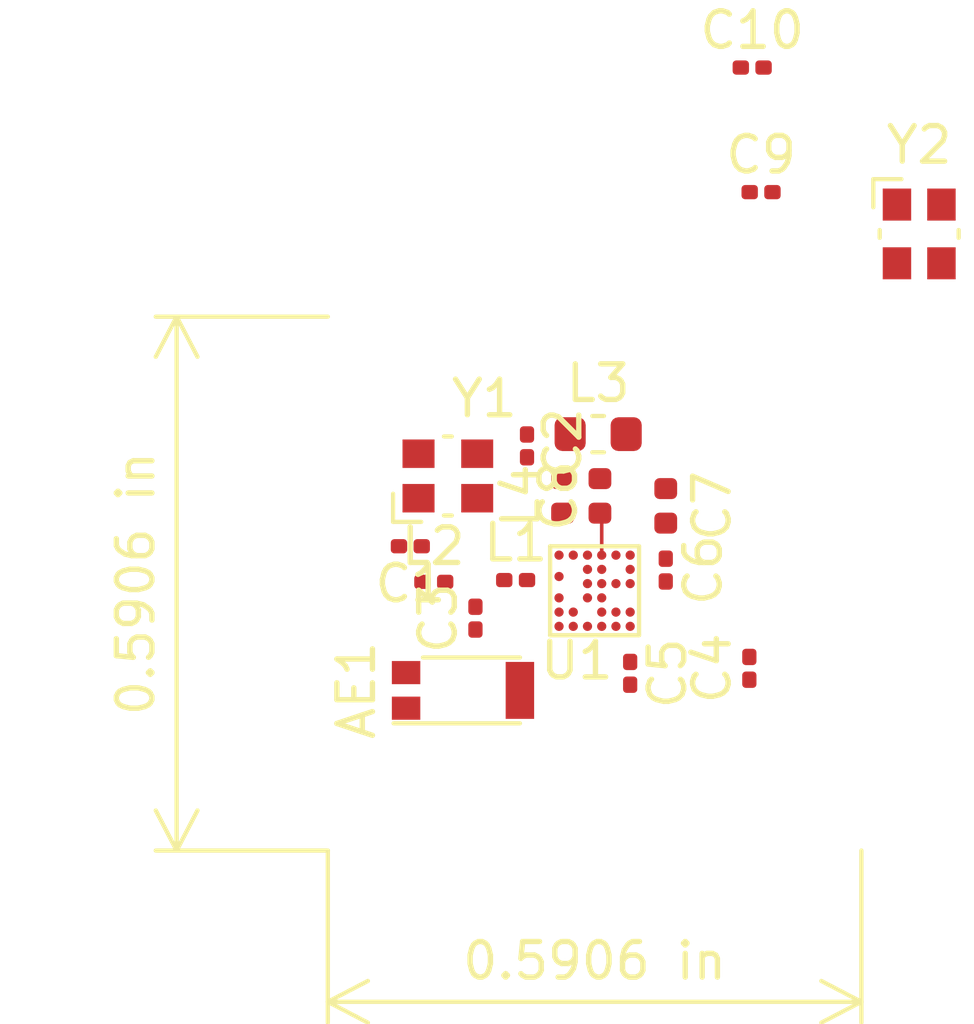
<source format=kicad_pcb>
(kicad_pcb (version 20171130) (host pcbnew "(5.1.5)-3")

  (general
    (thickness 1.6)
    (drawings 2)
    (tracks 1)
    (zones 0)
    (modules 18)
    (nets 26)
  )

  (page A4)
  (layers
    (0 F.Cu signal)
    (31 B.Cu signal)
    (32 B.Adhes user)
    (33 F.Adhes user)
    (34 B.Paste user)
    (35 F.Paste user)
    (36 B.SilkS user)
    (37 F.SilkS user)
    (38 B.Mask user)
    (39 F.Mask user)
    (40 Dwgs.User user)
    (41 Cmts.User user)
    (42 Eco1.User user)
    (43 Eco2.User user)
    (44 Edge.Cuts user)
    (45 Margin user)
    (46 B.CrtYd user)
    (47 F.CrtYd user)
    (48 B.Fab user)
    (49 F.Fab user hide)
  )

  (setup
    (last_trace_width 0.1)
    (user_trace_width 0.1)
    (user_trace_width 0.2)
    (trace_clearance 0.2)
    (zone_clearance 0.508)
    (zone_45_only no)
    (trace_min 0.09)
    (via_size 0.8)
    (via_drill 0.4)
    (via_min_size 0.4)
    (via_min_drill 0.3)
    (uvia_size 0.3)
    (uvia_drill 0.1)
    (uvias_allowed no)
    (uvia_min_size 0.2)
    (uvia_min_drill 0.1)
    (edge_width 0.05)
    (segment_width 0.2)
    (pcb_text_width 0.3)
    (pcb_text_size 1.5 1.5)
    (mod_edge_width 0.12)
    (mod_text_size 1 1)
    (mod_text_width 0.15)
    (pad_size 1.524 1.524)
    (pad_drill 0.762)
    (pad_to_mask_clearance 0.051)
    (solder_mask_min_width 0.25)
    (aux_axis_origin 0 0)
    (visible_elements 7FFFFFFF)
    (pcbplotparams
      (layerselection 0x010fc_ffffffff)
      (usegerberextensions false)
      (usegerberattributes false)
      (usegerberadvancedattributes false)
      (creategerberjobfile false)
      (excludeedgelayer true)
      (linewidth 0.100000)
      (plotframeref false)
      (viasonmask false)
      (mode 1)
      (useauxorigin false)
      (hpglpennumber 1)
      (hpglpenspeed 20)
      (hpglpendiameter 15.000000)
      (psnegative false)
      (psa4output false)
      (plotreference true)
      (plotvalue true)
      (plotinvisibletext false)
      (padsonsilk false)
      (subtractmaskfromsilk false)
      (outputformat 1)
      (mirror false)
      (drillshape 1)
      (scaleselection 1)
      (outputdirectory ""))
  )

  (net 0 "")
  (net 1 "Net-(AE1-Pad1)")
  (net 2 "Net-(AE1-Pad2)")
  (net 3 VSS_PA)
  (net 4 XC1)
  (net 5 XC2)
  (net 6 "Net-(C3-Pad1)")
  (net 7 DEC1)
  (net 8 "Net-(C5-Pad1)")
  (net 9 "Net-(C6-Pad2)")
  (net 10 VDD)
  (net 11 XL1)
  (net 12 XL2)
  (net 13 "Net-(L1-Pad1)")
  (net 14 "Net-(L3-Pad2)")
  (net 15 "Net-(L3-Pad1)")
  (net 16 "Net-(U1-PadF6)")
  (net 17 "Net-(U1-PadF5)")
  (net 18 "Net-(U1-PadF4)")
  (net 19 "Net-(U1-PadG5)")
  (net 20 "Net-(U1-PadG4)")
  (net 21 "Net-(U1-PadG3)")
  (net 22 "Net-(U1-PadG2)")
  (net 23 "Net-(U1-PadF2)")
  (net 24 SWDIO)
  (net 25 SWDCLK)

  (net_class Default "This is the default net class."
    (clearance 0.2)
    (trace_width 0.25)
    (via_dia 0.8)
    (via_drill 0.4)
    (uvia_dia 0.3)
    (uvia_drill 0.1)
    (add_net DEC1)
    (add_net "Net-(AE1-Pad1)")
    (add_net "Net-(AE1-Pad2)")
    (add_net "Net-(C3-Pad1)")
    (add_net "Net-(C5-Pad1)")
    (add_net "Net-(C6-Pad2)")
    (add_net "Net-(L1-Pad1)")
    (add_net "Net-(L3-Pad1)")
    (add_net "Net-(L3-Pad2)")
    (add_net "Net-(U1-PadF2)")
    (add_net "Net-(U1-PadF4)")
    (add_net "Net-(U1-PadF5)")
    (add_net "Net-(U1-PadF6)")
    (add_net "Net-(U1-PadG2)")
    (add_net "Net-(U1-PadG3)")
    (add_net "Net-(U1-PadG4)")
    (add_net "Net-(U1-PadG5)")
    (add_net SWDCLK)
    (add_net SWDIO)
    (add_net VDD)
    (add_net VSS_PA)
    (add_net XC1)
    (add_net XC2)
    (add_net XL1)
    (add_net XL2)
  )

  (module Crystal:Crystal_SMD_Abracon_ABM10-4Pin_2.5x2.0mm (layer F.Cu) (tedit 5A098890) (tstamp 5F4ABC3A)
    (at 235.125 117.425)
    (descr "Abracon Miniature Ceramic Smd Crystal ABM10 http://www.abracon.com/Resonators/ABM10.pdf")
    (tags "SMD SMT crystal Abracon ABM10")
    (path /5F4FCC2E)
    (attr smd)
    (fp_text reference Y2 (at 0 -2.5) (layer F.SilkS)
      (effects (font (size 1 1) (thickness 0.15)))
    )
    (fp_text value 32.768kHz (at 0.04 2.5) (layer F.Fab)
      (effects (font (size 1 1) (thickness 0.15)))
    )
    (fp_line (start -1.53 -1.78) (end -1.53 1.78) (layer F.CrtYd) (width 0.05))
    (fp_line (start -0.5 -1.54) (end -1.29 -1.54) (layer F.SilkS) (width 0.12))
    (fp_line (start 1.11 -0.11) (end 1.11 0.11) (layer F.SilkS) (width 0.12))
    (fp_line (start -1 -0.75) (end -1 1.25) (layer F.Fab) (width 0.1))
    (fp_line (start 1 -1.25) (end 1 1.25) (layer F.Fab) (width 0.1))
    (fp_line (start -0.5 -1.25) (end 1 -1.25) (layer F.Fab) (width 0.1))
    (fp_line (start -1 1.25) (end 1 1.25) (layer F.Fab) (width 0.1))
    (fp_line (start -1.11 -0.11) (end -1.11 0.11) (layer F.SilkS) (width 0.12))
    (fp_line (start -0.5 -1.25) (end -1 -0.75) (layer F.Fab) (width 0.1))
    (fp_line (start -1.29 -0.75) (end -1.29 -1.54) (layer F.SilkS) (width 0.12))
    (fp_text user %R (at 0 0 90) (layer F.Fab)
      (effects (font (size 0.5 0.5) (thickness 0.075)))
    )
    (fp_line (start 1.53 -1.78) (end 1.53 1.78) (layer F.CrtYd) (width 0.05))
    (fp_line (start 1.53 -1.78) (end -1.53 -1.78) (layer F.CrtYd) (width 0.05))
    (fp_line (start -1.53 1.78) (end 1.53 1.78) (layer F.CrtYd) (width 0.05))
    (pad 4 smd rect (at 0.625 -0.825) (size 0.8 0.9) (layers F.Cu F.Paste F.Mask))
    (pad 2 smd rect (at -0.625 0.825) (size 0.8 0.9) (layers F.Cu F.Paste F.Mask)
      (net 12 XL2))
    (pad 3 smd rect (at 0.625 0.825) (size 0.8 0.9) (layers F.Cu F.Paste F.Mask))
    (pad 1 smd rect (at -0.625 -0.825) (size 0.8 0.9) (layers F.Cu F.Paste F.Mask)
      (net 11 XL1))
    (model ${KISYS3DMOD}/Crystal.3dshapes/Crystal_SMD_Abracon_ABM10-4Pin_2.5x2.0mm.wrl
      (at (xyz 0 0 0))
      (scale (xyz 1 1 1))
      (rotate (xyz 0 0 0))
    )
  )

  (module Crystal:Crystal_SMD_Abracon_ABM10-4Pin_2.5x2.0mm (layer F.Cu) (tedit 5A098890) (tstamp 5F4AD007)
    (at 221.875 124.225 90)
    (descr "Abracon Miniature Ceramic Smd Crystal ABM10 http://www.abracon.com/Resonators/ABM10.pdf")
    (tags "SMD SMT crystal Abracon ABM10")
    (path /5F4B4A89)
    (attr smd)
    (fp_text reference Y1 (at 2.175 1.025 180) (layer F.SilkS)
      (effects (font (size 1 1) (thickness 0.15)))
    )
    (fp_text value 32kHz (at 0.04 2.5 90) (layer F.Fab)
      (effects (font (size 1 1) (thickness 0.15)))
    )
    (fp_line (start -1.53 -1.78) (end -1.53 1.78) (layer F.CrtYd) (width 0.05))
    (fp_line (start -0.5 -1.54) (end -1.29 -1.54) (layer F.SilkS) (width 0.12))
    (fp_line (start 1.11 -0.11) (end 1.11 0.11) (layer F.SilkS) (width 0.12))
    (fp_line (start -1 -0.75) (end -1 1.25) (layer F.Fab) (width 0.1))
    (fp_line (start 1 -1.25) (end 1 1.25) (layer F.Fab) (width 0.1))
    (fp_line (start -0.5 -1.25) (end 1 -1.25) (layer F.Fab) (width 0.1))
    (fp_line (start -1 1.25) (end 1 1.25) (layer F.Fab) (width 0.1))
    (fp_line (start -1.11 -0.11) (end -1.11 0.11) (layer F.SilkS) (width 0.12))
    (fp_line (start -0.5 -1.25) (end -1 -0.75) (layer F.Fab) (width 0.1))
    (fp_line (start -1.29 -0.75) (end -1.29 -1.54) (layer F.SilkS) (width 0.12))
    (fp_text user %R (at 0 0) (layer F.Fab)
      (effects (font (size 0.5 0.5) (thickness 0.075)))
    )
    (fp_line (start 1.53 -1.78) (end 1.53 1.78) (layer F.CrtYd) (width 0.05))
    (fp_line (start 1.53 -1.78) (end -1.53 -1.78) (layer F.CrtYd) (width 0.05))
    (fp_line (start -1.53 1.78) (end 1.53 1.78) (layer F.CrtYd) (width 0.05))
    (pad 4 smd rect (at 0.625 -0.825 90) (size 0.8 0.9) (layers F.Cu F.Paste F.Mask))
    (pad 2 smd rect (at -0.625 0.825 90) (size 0.8 0.9) (layers F.Cu F.Paste F.Mask)
      (net 5 XC2))
    (pad 3 smd rect (at 0.625 0.825 90) (size 0.8 0.9) (layers F.Cu F.Paste F.Mask))
    (pad 1 smd rect (at -0.625 -0.825 90) (size 0.8 0.9) (layers F.Cu F.Paste F.Mask)
      (net 4 XC1))
    (model ${KISYS3DMOD}/Crystal.3dshapes/Crystal_SMD_Abracon_ABM10-4Pin_2.5x2.0mm.wrl
      (at (xyz 0 0 0))
      (scale (xyz 1 1 1))
      (rotate (xyz 0 0 0))
    )
  )

  (module nrfp:WLCSP_Nordic (layer F.Cu) (tedit 5F49A7D2) (tstamp 5F4ABC0E)
    (at 224.75 128.7)
    (path /5F4DD3F6)
    (fp_text reference U1 (at 0.75 0.715) (layer F.SilkS)
      (effects (font (size 1 1) (thickness 0.15)))
    )
    (fp_text value nRF52805 (at 1.53 0.965) (layer F.Fab)
      (effects (font (size 1 1) (thickness 0.15)))
    )
    (fp_line (start 0 -2.5) (end 2.5 -2.5) (layer F.SilkS) (width 0.12))
    (fp_line (start 0 0) (end 0 -2.5) (layer F.SilkS) (width 0.12))
    (fp_line (start 2.5 0) (end 0 0) (layer F.SilkS) (width 0.12))
    (fp_line (start 2.5 -2.5) (end 2.5 0) (layer F.SilkS) (width 0.12))
    (pad C1 smd circle (at 0.25 -1.65) (size 0.26 0.26) (layers F.Cu F.Paste F.Mask)
      (net 3 VSS_PA))
    (pad A1 smd circle (at 0.25 -2.25) (size 0.26 0.26) (layers F.Cu F.Paste F.Mask)
      (net 4 XC1))
    (pad A2 smd circle (at 0.65 -2.25) (size 0.26 0.26) (layers F.Cu F.Paste F.Mask)
      (net 5 XC2))
    (pad A3 smd circle (at 1.05 -2.25) (size 0.26 0.26) (layers F.Cu F.Paste F.Mask)
      (net 9 "Net-(C6-Pad2)"))
    (pad B3 smd circle (at 1.05 -1.85) (size 0.26 0.26) (layers F.Cu F.Paste F.Mask)
      (net 3 VSS_PA))
    (pad D3 smd circle (at 1.05 -1.45) (size 0.26 0.26) (layers F.Cu F.Paste F.Mask)
      (net 3 VSS_PA))
    (pad B6 smd circle (at 2.25 -1.85) (size 0.26 0.26) (layers F.Cu F.Paste F.Mask)
      (net 7 DEC1))
    (pad A6 smd circle (at 2.25 -2.25) (size 0.26 0.26) (layers F.Cu F.Paste F.Mask)
      (net 10 VDD))
    (pad A5 smd circle (at 1.85 -2.25) (size 0.26 0.26) (layers F.Cu F.Paste F.Mask)
      (net 14 "Net-(L3-Pad2)"))
    (pad A4 smd circle (at 1.45 -2.25) (size 0.26 0.26) (layers F.Cu F.Paste F.Mask)
      (net 9 "Net-(C6-Pad2)"))
    (pad B4 smd circle (at 1.45 -1.85) (size 0.26 0.26) (layers F.Cu F.Paste F.Mask)
      (net 3 VSS_PA))
    (pad D6 smd circle (at 2.25 -1.45) (size 0.26 0.26) (layers F.Cu F.Paste F.Mask)
      (net 11 XL1))
    (pad D5 smd circle (at 1.85 -1.45) (size 0.26 0.26) (layers F.Cu F.Paste F.Mask)
      (net 12 XL2))
    (pad D4 smd circle (at 1.45 -1.45) (size 0.26 0.26) (layers F.Cu F.Paste F.Mask)
      (net 3 VSS_PA))
    (pad E4 smd circle (at 1.45 -1.05) (size 0.26 0.26) (layers F.Cu F.Paste F.Mask)
      (net 3 VSS_PA))
    (pad E1 smd circle (at 0.25 -1.05) (size 0.26 0.26) (layers F.Cu F.Paste F.Mask)
      (net 13 "Net-(L1-Pad1)"))
    (pad E3 smd circle (at 1.05 -1.05) (size 0.26 0.26) (layers F.Cu F.Paste F.Mask)
      (net 3 VSS_PA))
    (pad F6 smd circle (at 2.25 -0.65) (size 0.26 0.26) (layers F.Cu F.Paste F.Mask)
      (net 16 "Net-(U1-PadF6)"))
    (pad F5 smd circle (at 1.85 -0.65) (size 0.26 0.26) (layers F.Cu F.Paste F.Mask)
      (net 17 "Net-(U1-PadF5)"))
    (pad F4 smd circle (at 1.45 -0.65) (size 0.26 0.26) (layers F.Cu F.Paste F.Mask)
      (net 18 "Net-(U1-PadF4)"))
    (pad G6 smd circle (at 2.25 -0.25) (size 0.26 0.26) (layers F.Cu F.Paste F.Mask)
      (net 8 "Net-(C5-Pad1)"))
    (pad G5 smd circle (at 1.85 -0.25) (size 0.26 0.26) (layers F.Cu F.Paste F.Mask)
      (net 19 "Net-(U1-PadG5)"))
    (pad G4 smd circle (at 1.45 -0.25) (size 0.26 0.26) (layers F.Cu F.Paste F.Mask)
      (net 20 "Net-(U1-PadG4)"))
    (pad G3 smd circle (at 1.05 -0.25) (size 0.26 0.26) (layers F.Cu F.Paste F.Mask)
      (net 21 "Net-(U1-PadG3)"))
    (pad G2 smd circle (at 0.65 -0.25) (size 0.26 0.26) (layers F.Cu F.Paste F.Mask)
      (net 22 "Net-(U1-PadG2)"))
    (pad F2 smd circle (at 0.65 -0.65) (size 0.26 0.26) (layers F.Cu F.Paste F.Mask)
      (net 23 "Net-(U1-PadF2)"))
    (pad F1 smd circle (at 0.25 -0.65) (size 0.26 0.26) (layers F.Cu F.Paste F.Mask)
      (net 24 SWDIO))
    (pad G1 smd circle (at 0.25 -0.25) (size 0.26 0.26) (layers F.Cu F.Paste F.Mask)
      (net 25 SWDCLK))
  )

  (module Inductor_SMD:L_0402_1005Metric (layer F.Cu) (tedit 5B301BBE) (tstamp 5F4ACB80)
    (at 225.1 124.785 90)
    (descr "Inductor SMD 0402 (1005 Metric), square (rectangular) end terminal, IPC_7351 nominal, (Body size source: http://www.tortai-tech.com/upload/download/2011102023233369053.pdf), generated with kicad-footprint-generator")
    (tags inductor)
    (path /5F4C0BA2)
    (attr smd)
    (fp_text reference L4 (at 0 -1.17 90) (layer F.SilkS)
      (effects (font (size 1 1) (thickness 0.15)))
    )
    (fp_text value 15nH (at 0 1.17 90) (layer F.Fab)
      (effects (font (size 1 1) (thickness 0.15)))
    )
    (fp_line (start -0.5 0.25) (end -0.5 -0.25) (layer F.Fab) (width 0.1))
    (fp_line (start -0.5 -0.25) (end 0.5 -0.25) (layer F.Fab) (width 0.1))
    (fp_line (start 0.5 -0.25) (end 0.5 0.25) (layer F.Fab) (width 0.1))
    (fp_line (start 0.5 0.25) (end -0.5 0.25) (layer F.Fab) (width 0.1))
    (fp_line (start -0.93 0.47) (end -0.93 -0.47) (layer F.CrtYd) (width 0.05))
    (fp_line (start -0.93 -0.47) (end 0.93 -0.47) (layer F.CrtYd) (width 0.05))
    (fp_line (start 0.93 -0.47) (end 0.93 0.47) (layer F.CrtYd) (width 0.05))
    (fp_line (start 0.93 0.47) (end -0.93 0.47) (layer F.CrtYd) (width 0.05))
    (fp_text user %R (at 0 0 90) (layer F.Fab)
      (effects (font (size 0.25 0.25) (thickness 0.04)))
    )
    (pad 1 smd roundrect (at -0.485 0 90) (size 0.59 0.64) (layers F.Cu F.Paste F.Mask) (roundrect_rratio 0.25)
      (net 9 "Net-(C6-Pad2)"))
    (pad 2 smd roundrect (at 0.485 0 90) (size 0.59 0.64) (layers F.Cu F.Paste F.Mask) (roundrect_rratio 0.25)
      (net 15 "Net-(L3-Pad1)"))
    (model ${KISYS3DMOD}/Inductor_SMD.3dshapes/L_0402_1005Metric.wrl
      (at (xyz 0 0 0))
      (scale (xyz 1 1 1))
      (rotate (xyz 0 0 0))
    )
  )

  (module Inductor_SMD:L_0603_1608Metric (layer F.Cu) (tedit 5B301BBE) (tstamp 5F4AD546)
    (at 226.1 123.05)
    (descr "Inductor SMD 0603 (1608 Metric), square (rectangular) end terminal, IPC_7351 nominal, (Body size source: http://www.tortai-tech.com/upload/download/2011102023233369053.pdf), generated with kicad-footprint-generator")
    (tags inductor)
    (path /5F4C0427)
    (attr smd)
    (fp_text reference L3 (at 0 -1.43) (layer F.SilkS)
      (effects (font (size 1 1) (thickness 0.15)))
    )
    (fp_text value 10uH (at 0 1.43) (layer F.Fab)
      (effects (font (size 1 1) (thickness 0.15)))
    )
    (fp_text user %R (at 0 0) (layer F.Fab)
      (effects (font (size 0.4 0.4) (thickness 0.06)))
    )
    (fp_line (start 1.48 0.73) (end -1.48 0.73) (layer F.CrtYd) (width 0.05))
    (fp_line (start 1.48 -0.73) (end 1.48 0.73) (layer F.CrtYd) (width 0.05))
    (fp_line (start -1.48 -0.73) (end 1.48 -0.73) (layer F.CrtYd) (width 0.05))
    (fp_line (start -1.48 0.73) (end -1.48 -0.73) (layer F.CrtYd) (width 0.05))
    (fp_line (start -0.162779 0.51) (end 0.162779 0.51) (layer F.SilkS) (width 0.12))
    (fp_line (start -0.162779 -0.51) (end 0.162779 -0.51) (layer F.SilkS) (width 0.12))
    (fp_line (start 0.8 0.4) (end -0.8 0.4) (layer F.Fab) (width 0.1))
    (fp_line (start 0.8 -0.4) (end 0.8 0.4) (layer F.Fab) (width 0.1))
    (fp_line (start -0.8 -0.4) (end 0.8 -0.4) (layer F.Fab) (width 0.1))
    (fp_line (start -0.8 0.4) (end -0.8 -0.4) (layer F.Fab) (width 0.1))
    (pad 2 smd roundrect (at 0.7875 0) (size 0.875 0.95) (layers F.Cu F.Paste F.Mask) (roundrect_rratio 0.25)
      (net 14 "Net-(L3-Pad2)"))
    (pad 1 smd roundrect (at -0.7875 0) (size 0.875 0.95) (layers F.Cu F.Paste F.Mask) (roundrect_rratio 0.25)
      (net 15 "Net-(L3-Pad1)"))
    (model ${KISYS3DMOD}/Inductor_SMD.3dshapes/L_0603_1608Metric.wrl
      (at (xyz 0 0 0))
      (scale (xyz 1 1 1))
      (rotate (xyz 0 0 0))
    )
  )

  (module Inductor_SMD:L_0201_0603Metric (layer F.Cu) (tedit 5B301BBE) (tstamp 5F4ABBCA)
    (at 221.48 127.2 180)
    (descr "Inductor SMD 0201 (0603 Metric), square (rectangular) end terminal, IPC_7351 nominal, (Body size source: https://www.vishay.com/docs/20052/crcw0201e3.pdf), generated with kicad-footprint-generator")
    (tags inductor)
    (path /5F4AC149)
    (attr smd)
    (fp_text reference L2 (at 0.02 1) (layer F.SilkS)
      (effects (font (size 1 1) (thickness 0.15)))
    )
    (fp_text value 3.3nH (at 0 1.05) (layer F.Fab)
      (effects (font (size 1 1) (thickness 0.15)))
    )
    (fp_text user %R (at 0 -0.68) (layer F.Fab)
      (effects (font (size 0.25 0.25) (thickness 0.04)))
    )
    (fp_line (start 0.7 0.35) (end -0.7 0.35) (layer F.CrtYd) (width 0.05))
    (fp_line (start 0.7 -0.35) (end 0.7 0.35) (layer F.CrtYd) (width 0.05))
    (fp_line (start -0.7 -0.35) (end 0.7 -0.35) (layer F.CrtYd) (width 0.05))
    (fp_line (start -0.7 0.35) (end -0.7 -0.35) (layer F.CrtYd) (width 0.05))
    (fp_line (start 0.3 0.15) (end -0.3 0.15) (layer F.Fab) (width 0.1))
    (fp_line (start 0.3 -0.15) (end 0.3 0.15) (layer F.Fab) (width 0.1))
    (fp_line (start -0.3 -0.15) (end 0.3 -0.15) (layer F.Fab) (width 0.1))
    (fp_line (start -0.3 0.15) (end -0.3 -0.15) (layer F.Fab) (width 0.1))
    (pad 2 smd roundrect (at 0.32 0 180) (size 0.46 0.4) (layers F.Cu F.Mask) (roundrect_rratio 0.25)
      (net 1 "Net-(AE1-Pad1)"))
    (pad 1 smd roundrect (at -0.32 0 180) (size 0.46 0.4) (layers F.Cu F.Mask) (roundrect_rratio 0.25)
      (net 6 "Net-(C3-Pad1)"))
    (pad "" smd roundrect (at 0.345 0 180) (size 0.318 0.36) (layers F.Paste) (roundrect_rratio 0.25))
    (pad "" smd roundrect (at -0.345 0 180) (size 0.318 0.36) (layers F.Paste) (roundrect_rratio 0.25))
    (model ${KISYS3DMOD}/Inductor_SMD.3dshapes/L_0201_0603Metric.wrl
      (at (xyz 0 0 0))
      (scale (xyz 1 1 1))
      (rotate (xyz 0 0 0))
    )
  )

  (module Inductor_SMD:L_0201_0603Metric (layer F.Cu) (tedit 5B301BBE) (tstamp 5F4ABBB9)
    (at 223.78 127.15)
    (descr "Inductor SMD 0201 (0603 Metric), square (rectangular) end terminal, IPC_7351 nominal, (Body size source: https://www.vishay.com/docs/20052/crcw0201e3.pdf), generated with kicad-footprint-generator")
    (tags inductor)
    (path /5F4AB0AE)
    (attr smd)
    (fp_text reference L1 (at 0 -1.05) (layer F.SilkS)
      (effects (font (size 1 1) (thickness 0.15)))
    )
    (fp_text value 2.2nH (at 0 1.05) (layer F.Fab)
      (effects (font (size 1 1) (thickness 0.15)))
    )
    (fp_text user %R (at 0 -0.68) (layer F.Fab)
      (effects (font (size 0.25 0.25) (thickness 0.04)))
    )
    (fp_line (start 0.7 0.35) (end -0.7 0.35) (layer F.CrtYd) (width 0.05))
    (fp_line (start 0.7 -0.35) (end 0.7 0.35) (layer F.CrtYd) (width 0.05))
    (fp_line (start -0.7 -0.35) (end 0.7 -0.35) (layer F.CrtYd) (width 0.05))
    (fp_line (start -0.7 0.35) (end -0.7 -0.35) (layer F.CrtYd) (width 0.05))
    (fp_line (start 0.3 0.15) (end -0.3 0.15) (layer F.Fab) (width 0.1))
    (fp_line (start 0.3 -0.15) (end 0.3 0.15) (layer F.Fab) (width 0.1))
    (fp_line (start -0.3 -0.15) (end 0.3 -0.15) (layer F.Fab) (width 0.1))
    (fp_line (start -0.3 0.15) (end -0.3 -0.15) (layer F.Fab) (width 0.1))
    (pad 2 smd roundrect (at 0.32 0) (size 0.46 0.4) (layers F.Cu F.Mask) (roundrect_rratio 0.25)
      (net 6 "Net-(C3-Pad1)"))
    (pad 1 smd roundrect (at -0.32 0) (size 0.46 0.4) (layers F.Cu F.Mask) (roundrect_rratio 0.25)
      (net 13 "Net-(L1-Pad1)"))
    (pad "" smd roundrect (at 0.345 0) (size 0.318 0.36) (layers F.Paste) (roundrect_rratio 0.25))
    (pad "" smd roundrect (at -0.345 0) (size 0.318 0.36) (layers F.Paste) (roundrect_rratio 0.25))
    (model ${KISYS3DMOD}/Inductor_SMD.3dshapes/L_0201_0603Metric.wrl
      (at (xyz 0 0 0))
      (scale (xyz 1 1 1))
      (rotate (xyz 0 0 0))
    )
  )

  (module Capacitor_SMD:C_0201_0603Metric (layer F.Cu) (tedit 5B301BBE) (tstamp 5F4ABBA8)
    (at 230.43 112.75)
    (descr "Capacitor SMD 0201 (0603 Metric), square (rectangular) end terminal, IPC_7351 nominal, (Body size source: https://www.vishay.com/docs/20052/crcw0201e3.pdf), generated with kicad-footprint-generator")
    (tags capacitor)
    (path /5F4FCC34)
    (attr smd)
    (fp_text reference C10 (at 0 -1.05) (layer F.SilkS)
      (effects (font (size 1 1) (thickness 0.15)))
    )
    (fp_text value 12pF (at 0 1.05) (layer F.Fab)
      (effects (font (size 1 1) (thickness 0.15)))
    )
    (fp_text user %R (at 0 -0.68) (layer F.Fab)
      (effects (font (size 0.25 0.25) (thickness 0.04)))
    )
    (fp_line (start 0.7 0.35) (end -0.7 0.35) (layer F.CrtYd) (width 0.05))
    (fp_line (start 0.7 -0.35) (end 0.7 0.35) (layer F.CrtYd) (width 0.05))
    (fp_line (start -0.7 -0.35) (end 0.7 -0.35) (layer F.CrtYd) (width 0.05))
    (fp_line (start -0.7 0.35) (end -0.7 -0.35) (layer F.CrtYd) (width 0.05))
    (fp_line (start 0.3 0.15) (end -0.3 0.15) (layer F.Fab) (width 0.1))
    (fp_line (start 0.3 -0.15) (end 0.3 0.15) (layer F.Fab) (width 0.1))
    (fp_line (start -0.3 -0.15) (end 0.3 -0.15) (layer F.Fab) (width 0.1))
    (fp_line (start -0.3 0.15) (end -0.3 -0.15) (layer F.Fab) (width 0.1))
    (pad 2 smd roundrect (at 0.32 0) (size 0.46 0.4) (layers F.Cu F.Mask) (roundrect_rratio 0.25)
      (net 3 VSS_PA))
    (pad 1 smd roundrect (at -0.32 0) (size 0.46 0.4) (layers F.Cu F.Mask) (roundrect_rratio 0.25)
      (net 12 XL2))
    (pad "" smd roundrect (at 0.345 0) (size 0.318 0.36) (layers F.Paste) (roundrect_rratio 0.25))
    (pad "" smd roundrect (at -0.345 0) (size 0.318 0.36) (layers F.Paste) (roundrect_rratio 0.25))
    (model ${KISYS3DMOD}/Capacitor_SMD.3dshapes/C_0201_0603Metric.wrl
      (at (xyz 0 0 0))
      (scale (xyz 1 1 1))
      (rotate (xyz 0 0 0))
    )
  )

  (module Capacitor_SMD:C_0201_0603Metric (layer F.Cu) (tedit 5B301BBE) (tstamp 5F4ABB97)
    (at 230.68 116.25)
    (descr "Capacitor SMD 0201 (0603 Metric), square (rectangular) end terminal, IPC_7351 nominal, (Body size source: https://www.vishay.com/docs/20052/crcw0201e3.pdf), generated with kicad-footprint-generator")
    (tags capacitor)
    (path /5F4FCC3A)
    (attr smd)
    (fp_text reference C9 (at 0 -1.05) (layer F.SilkS)
      (effects (font (size 1 1) (thickness 0.15)))
    )
    (fp_text value 12pF (at 0 1.05) (layer F.Fab)
      (effects (font (size 1 1) (thickness 0.15)))
    )
    (fp_text user %R (at 0 -0.68) (layer F.Fab)
      (effects (font (size 0.25 0.25) (thickness 0.04)))
    )
    (fp_line (start 0.7 0.35) (end -0.7 0.35) (layer F.CrtYd) (width 0.05))
    (fp_line (start 0.7 -0.35) (end 0.7 0.35) (layer F.CrtYd) (width 0.05))
    (fp_line (start -0.7 -0.35) (end 0.7 -0.35) (layer F.CrtYd) (width 0.05))
    (fp_line (start -0.7 0.35) (end -0.7 -0.35) (layer F.CrtYd) (width 0.05))
    (fp_line (start 0.3 0.15) (end -0.3 0.15) (layer F.Fab) (width 0.1))
    (fp_line (start 0.3 -0.15) (end 0.3 0.15) (layer F.Fab) (width 0.1))
    (fp_line (start -0.3 -0.15) (end 0.3 -0.15) (layer F.Fab) (width 0.1))
    (fp_line (start -0.3 0.15) (end -0.3 -0.15) (layer F.Fab) (width 0.1))
    (pad 2 smd roundrect (at 0.32 0) (size 0.46 0.4) (layers F.Cu F.Mask) (roundrect_rratio 0.25)
      (net 3 VSS_PA))
    (pad 1 smd roundrect (at -0.32 0) (size 0.46 0.4) (layers F.Cu F.Mask) (roundrect_rratio 0.25)
      (net 11 XL1))
    (pad "" smd roundrect (at 0.345 0) (size 0.318 0.36) (layers F.Paste) (roundrect_rratio 0.25))
    (pad "" smd roundrect (at -0.345 0) (size 0.318 0.36) (layers F.Paste) (roundrect_rratio 0.25))
    (model ${KISYS3DMOD}/Capacitor_SMD.3dshapes/C_0201_0603Metric.wrl
      (at (xyz 0 0 0))
      (scale (xyz 1 1 1))
      (rotate (xyz 0 0 0))
    )
  )

  (module Capacitor_SMD:C_0402_1005Metric (layer F.Cu) (tedit 5B301BBE) (tstamp 5F4ABB86)
    (at 226.15 124.785 90)
    (descr "Capacitor SMD 0402 (1005 Metric), square (rectangular) end terminal, IPC_7351 nominal, (Body size source: http://www.tortai-tech.com/upload/download/2011102023233369053.pdf), generated with kicad-footprint-generator")
    (tags capacitor)
    (path /5F4C32FC)
    (attr smd)
    (fp_text reference C8 (at 0 -1.17 90) (layer F.SilkS)
      (effects (font (size 1 1) (thickness 0.15)))
    )
    (fp_text value 1uF (at 0 1.17 90) (layer F.Fab)
      (effects (font (size 1 1) (thickness 0.15)))
    )
    (fp_line (start -0.5 0.25) (end -0.5 -0.25) (layer F.Fab) (width 0.1))
    (fp_line (start -0.5 -0.25) (end 0.5 -0.25) (layer F.Fab) (width 0.1))
    (fp_line (start 0.5 -0.25) (end 0.5 0.25) (layer F.Fab) (width 0.1))
    (fp_line (start 0.5 0.25) (end -0.5 0.25) (layer F.Fab) (width 0.1))
    (fp_line (start -0.93 0.47) (end -0.93 -0.47) (layer F.CrtYd) (width 0.05))
    (fp_line (start -0.93 -0.47) (end 0.93 -0.47) (layer F.CrtYd) (width 0.05))
    (fp_line (start 0.93 -0.47) (end 0.93 0.47) (layer F.CrtYd) (width 0.05))
    (fp_line (start 0.93 0.47) (end -0.93 0.47) (layer F.CrtYd) (width 0.05))
    (fp_text user %R (at 0 0 90) (layer F.Fab)
      (effects (font (size 0.25 0.25) (thickness 0.04)))
    )
    (pad 1 smd roundrect (at -0.485 0 90) (size 0.59 0.64) (layers F.Cu F.Paste F.Mask) (roundrect_rratio 0.25)
      (net 9 "Net-(C6-Pad2)"))
    (pad 2 smd roundrect (at 0.485 0 90) (size 0.59 0.64) (layers F.Cu F.Paste F.Mask) (roundrect_rratio 0.25)
      (net 3 VSS_PA))
    (model ${KISYS3DMOD}/Capacitor_SMD.3dshapes/C_0402_1005Metric.wrl
      (at (xyz 0 0 0))
      (scale (xyz 1 1 1))
      (rotate (xyz 0 0 0))
    )
  )

  (module Capacitor_SMD:C_0402_1005Metric (layer F.Cu) (tedit 5B301BBE) (tstamp 5F4ABB77)
    (at 228 125.065 90)
    (descr "Capacitor SMD 0402 (1005 Metric), square (rectangular) end terminal, IPC_7351 nominal, (Body size source: http://www.tortai-tech.com/upload/download/2011102023233369053.pdf), generated with kicad-footprint-generator")
    (tags capacitor)
    (path /5F4B8B79)
    (attr smd)
    (fp_text reference C7 (at 0 1.3 90) (layer F.SilkS)
      (effects (font (size 1 1) (thickness 0.15)))
    )
    (fp_text value 2.2uF (at 0 1.17 90) (layer F.Fab)
      (effects (font (size 1 1) (thickness 0.15)))
    )
    (fp_text user %R (at 0 0 90) (layer F.Fab)
      (effects (font (size 0.25 0.25) (thickness 0.04)))
    )
    (fp_line (start 0.93 0.47) (end -0.93 0.47) (layer F.CrtYd) (width 0.05))
    (fp_line (start 0.93 -0.47) (end 0.93 0.47) (layer F.CrtYd) (width 0.05))
    (fp_line (start -0.93 -0.47) (end 0.93 -0.47) (layer F.CrtYd) (width 0.05))
    (fp_line (start -0.93 0.47) (end -0.93 -0.47) (layer F.CrtYd) (width 0.05))
    (fp_line (start 0.5 0.25) (end -0.5 0.25) (layer F.Fab) (width 0.1))
    (fp_line (start 0.5 -0.25) (end 0.5 0.25) (layer F.Fab) (width 0.1))
    (fp_line (start -0.5 -0.25) (end 0.5 -0.25) (layer F.Fab) (width 0.1))
    (fp_line (start -0.5 0.25) (end -0.5 -0.25) (layer F.Fab) (width 0.1))
    (pad 2 smd roundrect (at 0.485 0 90) (size 0.59 0.64) (layers F.Cu F.Paste F.Mask) (roundrect_rratio 0.25)
      (net 3 VSS_PA))
    (pad 1 smd roundrect (at -0.485 0 90) (size 0.59 0.64) (layers F.Cu F.Paste F.Mask) (roundrect_rratio 0.25)
      (net 10 VDD))
    (model ${KISYS3DMOD}/Capacitor_SMD.3dshapes/C_0402_1005Metric.wrl
      (at (xyz 0 0 0))
      (scale (xyz 1 1 1))
      (rotate (xyz 0 0 0))
    )
  )

  (module Capacitor_SMD:C_0201_0603Metric (layer F.Cu) (tedit 5B301BBE) (tstamp 5F4ABB68)
    (at 228 126.87 270)
    (descr "Capacitor SMD 0201 (0603 Metric), square (rectangular) end terminal, IPC_7351 nominal, (Body size source: https://www.vishay.com/docs/20052/crcw0201e3.pdf), generated with kicad-footprint-generator")
    (tags capacitor)
    (path /5F4C87F8)
    (attr smd)
    (fp_text reference C6 (at 0 -1.05 90) (layer F.SilkS)
      (effects (font (size 1 1) (thickness 0.15)))
    )
    (fp_text value 100pF (at 0 1.05 90) (layer F.Fab)
      (effects (font (size 1 1) (thickness 0.15)))
    )
    (fp_text user %R (at 0 -0.68 90) (layer F.Fab)
      (effects (font (size 0.25 0.25) (thickness 0.04)))
    )
    (fp_line (start 0.7 0.35) (end -0.7 0.35) (layer F.CrtYd) (width 0.05))
    (fp_line (start 0.7 -0.35) (end 0.7 0.35) (layer F.CrtYd) (width 0.05))
    (fp_line (start -0.7 -0.35) (end 0.7 -0.35) (layer F.CrtYd) (width 0.05))
    (fp_line (start -0.7 0.35) (end -0.7 -0.35) (layer F.CrtYd) (width 0.05))
    (fp_line (start 0.3 0.15) (end -0.3 0.15) (layer F.Fab) (width 0.1))
    (fp_line (start 0.3 -0.15) (end 0.3 0.15) (layer F.Fab) (width 0.1))
    (fp_line (start -0.3 -0.15) (end 0.3 -0.15) (layer F.Fab) (width 0.1))
    (fp_line (start -0.3 0.15) (end -0.3 -0.15) (layer F.Fab) (width 0.1))
    (pad 2 smd roundrect (at 0.32 0 270) (size 0.46 0.4) (layers F.Cu F.Mask) (roundrect_rratio 0.25)
      (net 9 "Net-(C6-Pad2)"))
    (pad 1 smd roundrect (at -0.32 0 270) (size 0.46 0.4) (layers F.Cu F.Mask) (roundrect_rratio 0.25)
      (net 3 VSS_PA))
    (pad "" smd roundrect (at 0.345 0 270) (size 0.318 0.36) (layers F.Paste) (roundrect_rratio 0.25))
    (pad "" smd roundrect (at -0.345 0 270) (size 0.318 0.36) (layers F.Paste) (roundrect_rratio 0.25))
    (model ${KISYS3DMOD}/Capacitor_SMD.3dshapes/C_0201_0603Metric.wrl
      (at (xyz 0 0 0))
      (scale (xyz 1 1 1))
      (rotate (xyz 0 0 0))
    )
  )

  (module Capacitor_SMD:C_0201_0603Metric (layer F.Cu) (tedit 5B301BBE) (tstamp 5F4ABB57)
    (at 227 129.77 270)
    (descr "Capacitor SMD 0201 (0603 Metric), square (rectangular) end terminal, IPC_7351 nominal, (Body size source: https://www.vishay.com/docs/20052/crcw0201e3.pdf), generated with kicad-footprint-generator")
    (tags capacitor)
    (path /5F4E9CB0)
    (attr smd)
    (fp_text reference C5 (at 0 -1.05 90) (layer F.SilkS)
      (effects (font (size 1 1) (thickness 0.15)))
    )
    (fp_text value 100nF (at 0 1.05 90) (layer F.Fab)
      (effects (font (size 1 1) (thickness 0.15)))
    )
    (fp_text user %R (at 0 -0.68 90) (layer F.Fab)
      (effects (font (size 0.25 0.25) (thickness 0.04)))
    )
    (fp_line (start 0.7 0.35) (end -0.7 0.35) (layer F.CrtYd) (width 0.05))
    (fp_line (start 0.7 -0.35) (end 0.7 0.35) (layer F.CrtYd) (width 0.05))
    (fp_line (start -0.7 -0.35) (end 0.7 -0.35) (layer F.CrtYd) (width 0.05))
    (fp_line (start -0.7 0.35) (end -0.7 -0.35) (layer F.CrtYd) (width 0.05))
    (fp_line (start 0.3 0.15) (end -0.3 0.15) (layer F.Fab) (width 0.1))
    (fp_line (start 0.3 -0.15) (end 0.3 0.15) (layer F.Fab) (width 0.1))
    (fp_line (start -0.3 -0.15) (end 0.3 -0.15) (layer F.Fab) (width 0.1))
    (fp_line (start -0.3 0.15) (end -0.3 -0.15) (layer F.Fab) (width 0.1))
    (pad 2 smd roundrect (at 0.32 0 270) (size 0.46 0.4) (layers F.Cu F.Mask) (roundrect_rratio 0.25)
      (net 3 VSS_PA))
    (pad 1 smd roundrect (at -0.32 0 270) (size 0.46 0.4) (layers F.Cu F.Mask) (roundrect_rratio 0.25)
      (net 8 "Net-(C5-Pad1)"))
    (pad "" smd roundrect (at 0.345 0 270) (size 0.318 0.36) (layers F.Paste) (roundrect_rratio 0.25))
    (pad "" smd roundrect (at -0.345 0 270) (size 0.318 0.36) (layers F.Paste) (roundrect_rratio 0.25))
    (model ${KISYS3DMOD}/Capacitor_SMD.3dshapes/C_0201_0603Metric.wrl
      (at (xyz 0 0 0))
      (scale (xyz 1 1 1))
      (rotate (xyz 0 0 0))
    )
  )

  (module Capacitor_SMD:C_0201_0603Metric (layer F.Cu) (tedit 5B301BBE) (tstamp 5F4ABB46)
    (at 230.35 129.63 90)
    (descr "Capacitor SMD 0201 (0603 Metric), square (rectangular) end terminal, IPC_7351 nominal, (Body size source: https://www.vishay.com/docs/20052/crcw0201e3.pdf), generated with kicad-footprint-generator")
    (tags capacitor)
    (path /5F4D684F)
    (attr smd)
    (fp_text reference C4 (at 0 -1.05 90) (layer F.SilkS)
      (effects (font (size 1 1) (thickness 0.15)))
    )
    (fp_text value 100nF (at 0 1.05 90) (layer F.Fab)
      (effects (font (size 1 1) (thickness 0.15)))
    )
    (fp_text user %R (at 0 -0.68 90) (layer F.Fab)
      (effects (font (size 0.25 0.25) (thickness 0.04)))
    )
    (fp_line (start 0.7 0.35) (end -0.7 0.35) (layer F.CrtYd) (width 0.05))
    (fp_line (start 0.7 -0.35) (end 0.7 0.35) (layer F.CrtYd) (width 0.05))
    (fp_line (start -0.7 -0.35) (end 0.7 -0.35) (layer F.CrtYd) (width 0.05))
    (fp_line (start -0.7 0.35) (end -0.7 -0.35) (layer F.CrtYd) (width 0.05))
    (fp_line (start 0.3 0.15) (end -0.3 0.15) (layer F.Fab) (width 0.1))
    (fp_line (start 0.3 -0.15) (end 0.3 0.15) (layer F.Fab) (width 0.1))
    (fp_line (start -0.3 -0.15) (end 0.3 -0.15) (layer F.Fab) (width 0.1))
    (fp_line (start -0.3 0.15) (end -0.3 -0.15) (layer F.Fab) (width 0.1))
    (pad 2 smd roundrect (at 0.32 0 90) (size 0.46 0.4) (layers F.Cu F.Mask) (roundrect_rratio 0.25)
      (net 3 VSS_PA))
    (pad 1 smd roundrect (at -0.32 0 90) (size 0.46 0.4) (layers F.Cu F.Mask) (roundrect_rratio 0.25)
      (net 7 DEC1))
    (pad "" smd roundrect (at 0.345 0 90) (size 0.318 0.36) (layers F.Paste) (roundrect_rratio 0.25))
    (pad "" smd roundrect (at -0.345 0 90) (size 0.318 0.36) (layers F.Paste) (roundrect_rratio 0.25))
    (model ${KISYS3DMOD}/Capacitor_SMD.3dshapes/C_0201_0603Metric.wrl
      (at (xyz 0 0 0))
      (scale (xyz 1 1 1))
      (rotate (xyz 0 0 0))
    )
  )

  (module Capacitor_SMD:C_0201_0603Metric (layer F.Cu) (tedit 5B301BBE) (tstamp 5F4ABB35)
    (at 222.65 128.22 90)
    (descr "Capacitor SMD 0201 (0603 Metric), square (rectangular) end terminal, IPC_7351 nominal, (Body size source: https://www.vishay.com/docs/20052/crcw0201e3.pdf), generated with kicad-footprint-generator")
    (tags capacitor)
    (path /5F4AC393)
    (attr smd)
    (fp_text reference C3 (at 0 -1.05 90) (layer F.SilkS)
      (effects (font (size 1 1) (thickness 0.15)))
    )
    (fp_text value 1.2pF (at 0 1.05 90) (layer F.Fab)
      (effects (font (size 1 1) (thickness 0.15)))
    )
    (fp_text user %R (at 0 -0.68 90) (layer F.Fab)
      (effects (font (size 0.25 0.25) (thickness 0.04)))
    )
    (fp_line (start 0.7 0.35) (end -0.7 0.35) (layer F.CrtYd) (width 0.05))
    (fp_line (start 0.7 -0.35) (end 0.7 0.35) (layer F.CrtYd) (width 0.05))
    (fp_line (start -0.7 -0.35) (end 0.7 -0.35) (layer F.CrtYd) (width 0.05))
    (fp_line (start -0.7 0.35) (end -0.7 -0.35) (layer F.CrtYd) (width 0.05))
    (fp_line (start 0.3 0.15) (end -0.3 0.15) (layer F.Fab) (width 0.1))
    (fp_line (start 0.3 -0.15) (end 0.3 0.15) (layer F.Fab) (width 0.1))
    (fp_line (start -0.3 -0.15) (end 0.3 -0.15) (layer F.Fab) (width 0.1))
    (fp_line (start -0.3 0.15) (end -0.3 -0.15) (layer F.Fab) (width 0.1))
    (pad 2 smd roundrect (at 0.32 0 90) (size 0.46 0.4) (layers F.Cu F.Mask) (roundrect_rratio 0.25)
      (net 3 VSS_PA))
    (pad 1 smd roundrect (at -0.32 0 90) (size 0.46 0.4) (layers F.Cu F.Mask) (roundrect_rratio 0.25)
      (net 6 "Net-(C3-Pad1)"))
    (pad "" smd roundrect (at 0.345 0 90) (size 0.318 0.36) (layers F.Paste) (roundrect_rratio 0.25))
    (pad "" smd roundrect (at -0.345 0 90) (size 0.318 0.36) (layers F.Paste) (roundrect_rratio 0.25))
    (model ${KISYS3DMOD}/Capacitor_SMD.3dshapes/C_0201_0603Metric.wrl
      (at (xyz 0 0 0))
      (scale (xyz 1 1 1))
      (rotate (xyz 0 0 0))
    )
  )

  (module Capacitor_SMD:C_0201_0603Metric (layer F.Cu) (tedit 5B301BBE) (tstamp 5F4AD201)
    (at 224.1 123.38 90)
    (descr "Capacitor SMD 0201 (0603 Metric), square (rectangular) end terminal, IPC_7351 nominal, (Body size source: https://www.vishay.com/docs/20052/crcw0201e3.pdf), generated with kicad-footprint-generator")
    (tags capacitor)
    (path /5F4B2998)
    (attr smd)
    (fp_text reference C2 (at 0.08 1 90) (layer F.SilkS)
      (effects (font (size 1 1) (thickness 0.15)))
    )
    (fp_text value 12pF (at 0 1.05 90) (layer F.Fab)
      (effects (font (size 1 1) (thickness 0.15)))
    )
    (fp_text user %R (at 0 -0.68 90) (layer F.Fab)
      (effects (font (size 0.25 0.25) (thickness 0.04)))
    )
    (fp_line (start 0.7 0.35) (end -0.7 0.35) (layer F.CrtYd) (width 0.05))
    (fp_line (start 0.7 -0.35) (end 0.7 0.35) (layer F.CrtYd) (width 0.05))
    (fp_line (start -0.7 -0.35) (end 0.7 -0.35) (layer F.CrtYd) (width 0.05))
    (fp_line (start -0.7 0.35) (end -0.7 -0.35) (layer F.CrtYd) (width 0.05))
    (fp_line (start 0.3 0.15) (end -0.3 0.15) (layer F.Fab) (width 0.1))
    (fp_line (start 0.3 -0.15) (end 0.3 0.15) (layer F.Fab) (width 0.1))
    (fp_line (start -0.3 -0.15) (end 0.3 -0.15) (layer F.Fab) (width 0.1))
    (fp_line (start -0.3 0.15) (end -0.3 -0.15) (layer F.Fab) (width 0.1))
    (pad 2 smd roundrect (at 0.32 0 90) (size 0.46 0.4) (layers F.Cu F.Mask) (roundrect_rratio 0.25)
      (net 3 VSS_PA))
    (pad 1 smd roundrect (at -0.32 0 90) (size 0.46 0.4) (layers F.Cu F.Mask) (roundrect_rratio 0.25)
      (net 5 XC2))
    (pad "" smd roundrect (at 0.345 0 90) (size 0.318 0.36) (layers F.Paste) (roundrect_rratio 0.25))
    (pad "" smd roundrect (at -0.345 0 90) (size 0.318 0.36) (layers F.Paste) (roundrect_rratio 0.25))
    (model ${KISYS3DMOD}/Capacitor_SMD.3dshapes/C_0201_0603Metric.wrl
      (at (xyz 0 0 0))
      (scale (xyz 1 1 1))
      (rotate (xyz 0 0 0))
    )
  )

  (module Capacitor_SMD:C_0201_0603Metric (layer F.Cu) (tedit 5B301BBE) (tstamp 5F4AD0B2)
    (at 220.82 126.2)
    (descr "Capacitor SMD 0201 (0603 Metric), square (rectangular) end terminal, IPC_7351 nominal, (Body size source: https://www.vishay.com/docs/20052/crcw0201e3.pdf), generated with kicad-footprint-generator")
    (tags capacitor)
    (path /5F4B23AF)
    (attr smd)
    (fp_text reference C1 (at 0 1.05) (layer F.SilkS)
      (effects (font (size 1 1) (thickness 0.15)))
    )
    (fp_text value 12pF (at 0 1.05) (layer F.Fab)
      (effects (font (size 1 1) (thickness 0.15)))
    )
    (fp_text user %R (at 0 -0.68) (layer F.Fab)
      (effects (font (size 0.25 0.25) (thickness 0.04)))
    )
    (fp_line (start 0.7 0.35) (end -0.7 0.35) (layer F.CrtYd) (width 0.05))
    (fp_line (start 0.7 -0.35) (end 0.7 0.35) (layer F.CrtYd) (width 0.05))
    (fp_line (start -0.7 -0.35) (end 0.7 -0.35) (layer F.CrtYd) (width 0.05))
    (fp_line (start -0.7 0.35) (end -0.7 -0.35) (layer F.CrtYd) (width 0.05))
    (fp_line (start 0.3 0.15) (end -0.3 0.15) (layer F.Fab) (width 0.1))
    (fp_line (start 0.3 -0.15) (end 0.3 0.15) (layer F.Fab) (width 0.1))
    (fp_line (start -0.3 -0.15) (end 0.3 -0.15) (layer F.Fab) (width 0.1))
    (fp_line (start -0.3 0.15) (end -0.3 -0.15) (layer F.Fab) (width 0.1))
    (pad 2 smd roundrect (at 0.32 0) (size 0.46 0.4) (layers F.Cu F.Mask) (roundrect_rratio 0.25)
      (net 3 VSS_PA))
    (pad 1 smd roundrect (at -0.32 0) (size 0.46 0.4) (layers F.Cu F.Mask) (roundrect_rratio 0.25)
      (net 4 XC1))
    (pad "" smd roundrect (at 0.345 0) (size 0.318 0.36) (layers F.Paste) (roundrect_rratio 0.25))
    (pad "" smd roundrect (at -0.345 0) (size 0.318 0.36) (layers F.Paste) (roundrect_rratio 0.25))
    (model ${KISYS3DMOD}/Capacitor_SMD.3dshapes/C_0201_0603Metric.wrl
      (at (xyz 0 0 0))
      (scale (xyz 1 1 1))
      (rotate (xyz 0 0 0))
    )
  )

  (module RF_Antenna:Pulse_W3011 (layer F.Cu) (tedit 5A03018F) (tstamp 5F4ABFBA)
    (at 222.3 130.25 90)
    (descr "Pulse RF Antenna, 4mm Clearance")
    (tags "antenna rf")
    (path /5F4B0A11)
    (attr smd)
    (fp_text reference AE1 (at 0 -3 90) (layer F.SilkS)
      (effects (font (size 1 1) (thickness 0.15)))
    )
    (fp_text value Antenna_Chip (at 0 3 90) (layer F.Fab)
      (effects (font (size 1 1) (thickness 0.15)))
    )
    (fp_line (start -0.8 1.6) (end 0.8 1.6) (layer F.Fab) (width 0.1))
    (fp_line (start -0.8 1.6) (end -0.8 -1.6) (layer F.Fab) (width 0.1))
    (fp_line (start 0.8 1.6) (end 0.8 -1.6) (layer F.Fab) (width 0.1))
    (fp_line (start -0.8 -1.6) (end 0.8 -1.6) (layer F.Fab) (width 0.1))
    (fp_line (start -1.33 -2.5) (end 1.3 -2.5) (layer F.CrtYd) (width 0.05))
    (fp_line (start -1.33 -2.5) (end -1.33 2.5) (layer F.CrtYd) (width 0.05))
    (fp_line (start -1.33 2.5) (end 1.3 2.5) (layer F.CrtYd) (width 0.05))
    (fp_line (start 1.3 -2.5) (end 1.3 2.5) (layer F.CrtYd) (width 0.05))
    (fp_line (start 1.05 2) (end 1.05 -2) (layer Dwgs.User) (width 0.05))
    (fp_line (start 1.05 -2) (end -3.2 -2) (layer Dwgs.User) (width 0.05))
    (fp_line (start -3.2 -2) (end -3.2 2) (layer Dwgs.User) (width 0.05))
    (fp_line (start -3.2 2) (end 1.05 2) (layer Dwgs.User) (width 0.05))
    (fp_line (start 1.05 -2) (end -3.2 2) (layer Dwgs.User) (width 0.05))
    (fp_line (start -3.2 -2) (end 1.05 2) (layer Dwgs.User) (width 0.05))
    (fp_text user %R (at 0.05 -0.05 90) (layer F.Fab)
      (effects (font (size 0.3 0.3) (thickness 0.03)))
    )
    (fp_text user "No copper" (at -2.7 0) (layer Cmts.User)
      (effects (font (size 0.3 0.3) (thickness 0.03)))
    )
    (fp_text user "on all layers" (at -2.2 0) (layer Cmts.User)
      (effects (font (size 0.3 0.3) (thickness 0.03)))
    )
    (fp_line (start -0.925 1.6) (end -0.925 -1.95) (layer F.SilkS) (width 0.12))
    (fp_line (start 0.925 1.6) (end 0.925 -1.125) (layer F.SilkS) (width 0.12))
    (pad 2 smd trapezoid (at 0 1.6 180) (size 0.8 1.6) (layers F.Cu F.Paste F.Mask)
      (net 2 "Net-(AE1-Pad2)"))
    (pad 1 smd trapezoid (at -0.5 -1.6 180) (size 0.8 0.65) (layers F.Cu F.Paste F.Mask)
      (net 1 "Net-(AE1-Pad1)"))
    (pad 2 smd trapezoid (at 0.5 -1.6 180) (size 0.8 0.65) (layers F.Cu F.Paste F.Mask)
      (net 2 "Net-(AE1-Pad2)"))
    (model ${KISYS3DMOD}/RF_Antenna.3dshapes/Pulse_W3011.wrl
      (at (xyz 0 0 0))
      (scale (xyz 1 1 1))
      (rotate (xyz 0 0 0))
    )
  )

  (dimension 15 (width 0.12) (layer F.SilkS)
    (gr_text "15.000 mm" (at 212.98 127.25 90) (layer F.SilkS)
      (effects (font (size 1 1) (thickness 0.15)))
    )
    (feature1 (pts (xy 218.5 119.75) (xy 213.663579 119.75)))
    (feature2 (pts (xy 218.5 134.75) (xy 213.663579 134.75)))
    (crossbar (pts (xy 214.25 134.75) (xy 214.25 119.75)))
    (arrow1a (pts (xy 214.25 119.75) (xy 214.836421 120.876504)))
    (arrow1b (pts (xy 214.25 119.75) (xy 213.663579 120.876504)))
    (arrow2a (pts (xy 214.25 134.75) (xy 214.836421 133.623496)))
    (arrow2b (pts (xy 214.25 134.75) (xy 213.663579 133.623496)))
  )
  (dimension 15 (width 0.12) (layer F.SilkS)
    (gr_text "15.000 mm" (at 226 140.27) (layer F.SilkS)
      (effects (font (size 1 1) (thickness 0.15)))
    )
    (feature1 (pts (xy 218.5 134.75) (xy 218.5 139.586421)))
    (feature2 (pts (xy 233.5 134.75) (xy 233.5 139.586421)))
    (crossbar (pts (xy 233.5 139) (xy 218.5 139)))
    (arrow1a (pts (xy 218.5 139) (xy 219.626504 138.413579)))
    (arrow1b (pts (xy 218.5 139) (xy 219.626504 139.586421)))
    (arrow2a (pts (xy 233.5 139) (xy 232.373496 138.413579)))
    (arrow2b (pts (xy 233.5 139) (xy 232.373496 139.586421)))
  )

  (segment (start 226.2 126.45) (end 226.2 125.55) (width 0.1) (layer F.Cu) (net 9))

)

</source>
